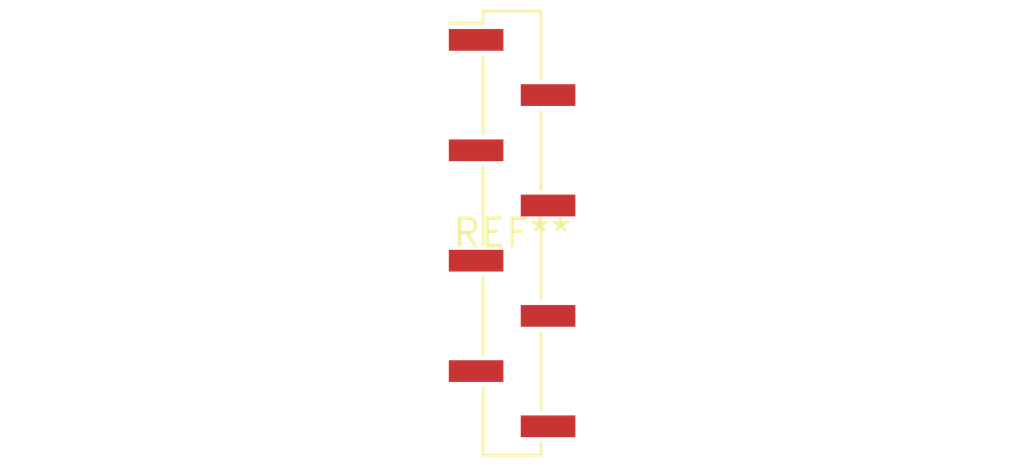
<source format=kicad_pcb>
(kicad_pcb (version 20240108) (generator pcbnew)
  (layers (0 "F.Cu" signal) (31 "B.Cu" signal) (34 "B.Paste" user) (35 "F.Paste" user) (36 "B.SilkS" user "B.Silkscreen") (37 "F.SilkS" user "F.Silkscreen") (38 "B.Mask" user) (39 "F.Mask" user) (44 "Edge.Cuts" user))
  (net 0 "")
  (footprint "PinHeader_1x08_P2.54mm_Vertical_SMD_Pin1Left" (layer "F.Cu") (at 0 0)
    (property "Reference" "REF**")
    (property "Value" "PinHeader_1x08_P2.54mm_Vertical_SMD_Pin1Left")
    (fp_line (start -1.33 -10.22) (end -1.33 -9.65) (layer "F.SilkS") (stroke (width 0.12)))
    (fp_line (start -1.33 -10.22) (end 1.33 -10.22) (layer "F.SilkS") (stroke (width 0.12)))
    (fp_line (start -1.33 -9.65) (end -2.85 -9.65) (layer "F.SilkS") (stroke (width 0.12)))
    (fp_line (start -1.33 -8.13) (end -1.33 -4.57) (layer "F.SilkS") (stroke (width 0.12)))
    (fp_line (start -1.33 -3.05) (end -1.33 0.51) (layer "F.SilkS") (stroke (width 0.12)))
    (fp_line (start -1.33 2.03) (end -1.33 5.59) (layer "F.SilkS") (stroke (width 0.12)))
    (fp_line (start -1.33 7.11) (end -1.33 10.22) (layer "F.SilkS") (stroke (width 0.12)))
    (fp_line (start -1.33 10.22) (end 1.33 10.22) (layer "F.SilkS") (stroke (width 0.12)))
    (fp_line (start 1.33 -10.22) (end 1.33 -7.11) (layer "F.SilkS") (stroke (width 0.12)))
    (fp_line (start 1.33 -5.59) (end 1.33 -2.03) (layer "F.SilkS") (stroke (width 0.12)))
    (fp_line (start 1.33 -0.51) (end 1.33 3.05) (layer "F.SilkS") (stroke (width 0.12)))
    (fp_line (start 1.33 4.57) (end 1.33 8.13) (layer "F.SilkS") (stroke (width 0.12)))
    (fp_line (start 1.33 9.65) (end 1.33 10.22) (layer "F.SilkS") (stroke (width 0.12)))
    (pad "1" smd rect (at -1.655 -8.89) (size 2.51 1) (layers "F.Cu" "F.Paste" "F.Mask"))
    (pad "2" smd rect (at 1.655 -6.35) (size 2.51 1) (layers "F.Cu" "F.Paste" "F.Mask"))
    (pad "3" smd rect (at -1.655 -3.81) (size 2.51 1) (layers "F.Cu" "F.Paste" "F.Mask"))
    (pad "4" smd rect (at 1.655 -1.27) (size 2.51 1) (layers "F.Cu" "F.Paste" "F.Mask"))
    (pad "5" smd rect (at -1.655 1.27) (size 2.51 1) (layers "F.Cu" "F.Paste" "F.Mask"))
    (pad "6" smd rect (at 1.655 3.81) (size 2.51 1) (layers "F.Cu" "F.Paste" "F.Mask"))
    (pad "7" smd rect (at -1.655 6.35) (size 2.51 1) (layers "F.Cu" "F.Paste" "F.Mask"))
    (pad "8" smd rect (at 1.655 8.89) (size 2.51 1) (layers "F.Cu" "F.Paste" "F.Mask"))
  )
)
</source>
